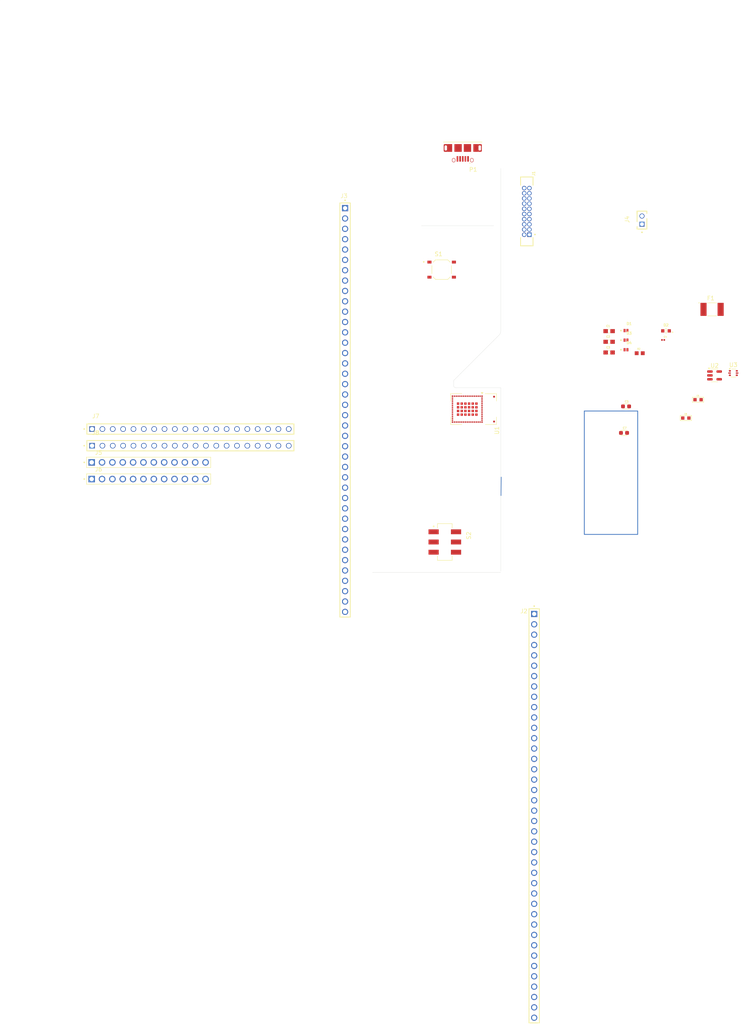
<source format=kicad_pcb>
(kicad_pcb (version 20241229) (generator "pcbnew") (generator_version "9.0")
  (layers (0 "F.Cu" signal) (2 "B.Cu" signal) (13 "F.Paste" user) (15 "B.Paste" user) (5 "F.SilkS" user "F.Silkscreen") (7 "B.SilkS" user "B.Silkscreen") (1 "F.Mask" user) (3 "B.Mask" user) (25 "Edge.Cuts" user))
  (net 0 "")
  (net 1 "SWDIO")
  (net 3 "B-")
  (net 5 "Vref")
  (net 7 "SWCLK")
  (net 10 "RESET")
  (net 12 "D+")
  (net 14 "5V_USB")
  (net 15 "D-")
  (net 16 "/PB5")
  (net 17 "/PC8")
  (net 18 "/PC2")
  (net 19 "/PD15")
  (net 20 "/PA10")
  (net 21 "/PB15")
  (net 22 "/PA7")
  (net 23 "/PC10")
  (net 24 "/PC12")
  (net 25 "/PA9")
  (net 26 "/PE3")
  (net 27 "/PB12")
  (net 28 "/PB8")
  (net 29 "/PA5")
  (net 30 "/PE4")
  (net 31 "/PB1")
  (net 32 "/PD12")
  (net 33 "/PB11")
  (net 34 "/PC5")
  (net 35 "/PA3")
  (net 36 "/PH3")
  (net 37 "/PD13")
  (net 38 "/PC0")
  (net 39 "/PB9")
  (net 40 "/PB13")
  (net 41 "/PB6")
  (net 42 "/PA15")
  (net 43 "/PE0")
  (net 44 "/PA4")
  (net 45 "/PB7")
  (net 46 "/PA2")
  (net 47 "/PD4")
  (net 48 "/PD5")
  (net 49 "/PD2")
  (net 50 "/PB10")
  (net 51 "/PC3")
  (net 52 "/PD3")
  (net 53 "/PD11")
  (net 54 "/PD1")
  (net 55 "/PA0")
  (net 56 "/PE1")
  (net 57 "/PH0")
  (net 58 "/PB4")
  (net 59 "/PB2")
  (net 60 "/PD9")
  (net 61 "/PD10")
  (net 62 "/PD6")
  (net 63 "USB_N")
  (net 64 "/PE2")
  (net 65 "/PC1")
  (net 66 "/PD7")
  (net 67 "/PC13")
  (net 69 "/PA6")
  (net 70 "/PD0")
  (net 71 "/PD14")
  (net 72 "/PB14")
  (net 73 "/PH1")
  (net 74 "/PD8")
  (net 75 "/PA1")
  (net 76 "/PC11")
  (net 77 "USB_P")
  (net 78 "/PC9")
  (net 79 "/PB3")
  (net 80 "/PA8")
  (net 81 "/PC7")
  (net 82 "/PC4")
  (net 83 "/PB0")
  (net 84 "/PC6")
  (net 86 "LD_VDD")
  (net 88 "B+")
  (net 89 "Net-(D3-PadK)")
  (net 90 "Net-(D2-Pad2)")
  (footprint "FFMD-10-01:SAMTEC_FFMD-10-01" (layer "F.Cu") (at 129.24 51.84 -90)
    (property "Reference" "J1" (at -9.285 -1.685 90) (layer "F.SilkS") (effects (font (size 0.64 0.64))))
    (property "Value" "FFMD-10-01" (hide yes))
    (pad "01" thru_hole rect (at 5.715 -0.635 270) (size 1.1 1.1) (drill 0.711) (layers "*.Cu" "*.Mask") (net 5 "Vref"))
    (pad "02" thru_hole circle (at 5.715 0.635 270) (size 1.1 1.1) (drill 0.711) (layers "*.Cu" "*.Mask") (net 3 "B-"))
    (pad "03" thru_hole circle (at 4.445 -0.635 270) (size 1.1 1.1) (drill 0.711) (layers "*.Cu" "*.Mask"))
    (pad "04" thru_hole circle (at 4.445 0.635 270) (size 1.1 1.1) (drill 0.711) (layers "*.Cu" "*.Mask") (net 3 "B-"))
    (pad "05" thru_hole circle (at 3.175 -0.635 270) (size 1.1 1.1) (drill 0.711) (layers "*.Cu" "*.Mask"))
    (pad "06" thru_hole circle (at 3.175 0.635 270) (size 1.1 1.1) (drill 0.711) (layers "*.Cu" "*.Mask") (net 3 "B-"))
    (pad "07" thru_hole circle (at 1.905 -0.635 270) (size 1.1 1.1) (drill 0.711) (layers "*.Cu" "*.Mask") (net 1 "SWDIO"))
    (pad "08" thru_hole circle (at 1.905 0.635 270) (size 1.1 1.1) (drill 0.711) (layers "*.Cu" "*.Mask") (net 3 "B-"))
    (pad "09" thru_hole circle (at 0.635 -0.635 270) (size 1.1 1.1) (drill 0.711) (layers "*.Cu" "*.Mask") (net 7 "SWCLK"))
    (pad "10" thru_hole circle (at 0.635 0.635 270) (size 1.1 1.1) (drill 0.711) (layers "*.Cu" "*.Mask") (net 3 "B-"))
    (pad "11" thru_hole circle (at -0.635 -0.635 270) (size 1.1 1.1) (drill 0.711) (layers "*.Cu" "*.Mask"))
    (pad "12" thru_hole circle (at -0.635 0.635 270) (size 1.1 1.1) (drill 0.711) (layers "*.Cu" "*.Mask") (net 3 "B-"))
    (pad "13" thru_hole circle (at -1.905 -0.635 270) (size 1.1 1.1) (drill 0.711) (layers "*.Cu" "*.Mask"))
    (pad "14" thru_hole circle (at -1.905 0.635 270) (size 1.1 1.1) (drill 0.711) (layers "*.Cu" "*.Mask") (net 3 "B-"))
    (pad "15" thru_hole circle (at -3.175 -0.635 270) (size 1.1 1.1) (drill 0.711) (layers "*.Cu" "*.Mask") (net 10 "RESET"))
    (pad "16" thru_hole circle (at -3.175 0.635 270) (size 1.1 1.1) (drill 0.711) (layers "*.Cu" "*.Mask") (net 3 "B-"))
    (pad "17" thru_hole circle (at -4.445 -0.635 270) (size 1.1 1.1) (drill 0.711) (layers "*.Cu" "*.Mask"))
    (pad "18" thru_hole circle (at -4.445 0.635 270) (size 1.1 1.1) (drill 0.711) (layers "*.Cu" "*.Mask") (net 3 "B-"))
    (pad "19" thru_hole circle (at -5.715 -0.635 270) (size 1.1 1.1) (drill 0.711) (layers "*.Cu" "*.Mask"))
    (pad "20" thru_hole circle (at -5.715 0.635 270) (size 1.1 1.1) (drill 0.711) (layers "*.Cu" "*.Mask") (net 3 "B-"))
  )
  (footprint "WL-SMCW_0603:WL-SMCW_0603" (layer "F.Cu") (at 163.4 81.155)
    (property "Reference" "D2" (at 0 -1.4064 0) (layer "F.SilkS") (effects (font (size 0.64 0.64))))
    (property "Value" "WL-SMCW_0603")
    (fp_text user "+" (at 1.6 0.3 0) (layer "F.SilkS") (effects (font (size 0.48 0.48))))
    (pad "1" smd rect (at -0.8 0) (size 0.8 0.8) (layers "F.Cu" "F.Mask" "F.Paste") (net 3 "B-"))
    (pad "2" smd rect (at 0.8 0) (size 0.8 0.8) (layers "F.Cu" "F.Mask" "F.Paste") (net 90 "Net-(D2-Pad2)"))
  )
  (footprint "CC0603BRNPO9BN3R3:CAPC1608X90" (layer "F.Cu") (at 149.4384 86.447)
    (property "Reference" "C3" (at -0.235808 -1.239253 0) (layer "F.SilkS") (effects (font (size 0.474067 0.474067))))
    (property "Value" "0603")
    (pad "1" smd rect (at -0.85 0) (size 1.1 1) (layers "F.Cu" "F.Mask" "F.Paste") (net 3 "B-"))
    (pad "2" smd rect (at 0.85 0) (size 1.1 1) (layers "F.Cu" "F.Mask" "F.Paste") (net 33 "/PB11"))
  )
  (footprint "WCAP-CSGP_0603:WCAP-CSGP_0603_R" (layer "F.Cu") (at 171.2625 98.0425)
    (property "Reference" "C6" (at -0.05 -1.0032 0) (layer "F.SilkS") (effects (font (size 0.32 0.32))))
    (property "Value" "WCAP-CSGP_0603")
    (pad "1" smd rect (at -0.75 0) (size 0.8 0.8) (layers "F.Cu" "F.Mask" "F.Paste") (net 3 "B-"))
    (pad "2" smd rect (at 0.75 0) (size 0.8 0.8) (layers "F.Cu" "F.Mask" "F.Paste") (net 86 "LD_VDD"))
  )
  (footprint "ZW-40-XX-X-S-XXX-XXX:SAMTEC_ZW-40-XX-X-S-XXX-XXX" (layer "F.Cu") (at 84.65 100.565 90)
    (property "Reference" "J3" (at 52.5 -0.275 0) (layer "F.SilkS") (effects (font (thickness 0.125))))
    (property "Value" "ZW-40-XX-X-S-XXX-XXX" (hide yes))
    (pad "01" thru_hole rect (at 49.53 0 90) (size 1.53 1.53) (drill 1.02) (layers "*.Cu" "*.Mask") (net 70 "/PD0"))
    (pad "02" thru_hole circle (at 46.99 0 90) (size 1.53 1.53) (drill 1.02) (layers "*.Cu" "*.Mask") (net 54 "/PD1"))
    (pad "03" thru_hole circle (at 44.45 0 90) (size 1.53 1.53) (drill 1.02) (layers "*.Cu" "*.Mask") (net 49 "/PD2"))
    (pad "04" thru_hole circle (at 41.91 0 90) (size 1.53 1.53) (drill 1.02) (layers "*.Cu" "*.Mask") (net 52 "/PD3"))
    (pad "05" thru_hole circle (at 39.37 0 90) (size 1.53 1.53) (drill 1.02) (layers "*.Cu" "*.Mask") (net 47 "/PD4"))
    (pad "06" thru_hole circle (at 36.83 0 90) (size 1.53 1.53) (drill 1.02) (layers "*.Cu" "*.Mask") (net 48 "/PD5"))
    (pad "07" thru_hole circle (at 34.29 0 90) (size 1.53 1.53) (drill 1.02) (layers "*.Cu" "*.Mask") (net 62 "/PD6"))
    (pad "08" thru_hole circle (at 31.75 0 90) (size 1.53 1.53) (drill 1.02) (layers "*.Cu" "*.Mask") (net 66 "/PD7"))
    (pad "09" thru_hole circle (at 29.21 0 90) (size 1.53 1.53) (drill 1.02) (layers "*.Cu" "*.Mask") (net 74 "/PD8"))
    (pad "10" thru_hole circle (at 26.67 0 90) (size 1.53 1.53) (drill 1.02) (layers "*.Cu" "*.Mask") (net 60 "/PD9"))
    (pad "11" thru_hole circle (at 24.13 0 90) (size 1.53 1.53) (drill 1.02) (layers "*.Cu" "*.Mask") (net 61 "/PD10"))
    (pad "12" thru_hole circle (at 21.59 0 90) (size 1.53 1.53) (drill 1.02) (layers "*.Cu" "*.Mask") (net 53 "/PD11"))
    (pad "13" thru_hole circle (at 19.05 0 90) (size 1.53 1.53) (drill 1.02) (layers "*.Cu" "*.Mask") (net 32 "/PD12"))
    (pad "14" thru_hole circle (at 16.51 0 90) (size 1.53 1.53) (drill 1.02) (layers "*.Cu" "*.Mask") (net 37 "/PD13"))
    (pad "15" thru_hole circle (at 13.97 0 90) (size 1.53 1.53) (drill 1.02) (layers "*.Cu" "*.Mask") (net 71 "/PD14"))
    (pad "16" thru_hole circle (at 11.43 0 90) (size 1.53 1.53) (drill 1.02) (layers "*.Cu" "*.Mask") (net 19 "/PD15"))
    (pad "17" thru_hole circle (at 8.89 0 90) (size 1.53 1.53) (drill 1.02) (layers "*.Cu" "*.Mask") (net 38 "/PC0"))
    (pad "18" thru_hole circle (at 6.35 0 90) (size 1.53 1.53) (drill 1.02) (layers "*.Cu" "*.Mask") (net 65 "/PC1"))
    (pad "19" thru_hole circle (at 3.81 0 90) (size 1.53 1.53) (drill 1.02) (layers "*.Cu" "*.Mask") (net 18 "/PC2"))
    (pad "20" thru_hole circle (at 1.27 0 90) (size 1.53 1.53) (drill 1.02) (layers "*.Cu" "*.Mask") (net 51 "/PC3"))
    (pad "21" thru_hole circle (at -1.27 0 90) (size 1.53 1.53) (drill 1.02) (layers "*.Cu" "*.Mask") (net 82 "/PC4"))
    (pad "22" thru_hole circle (at -3.81 0 90) (size 1.53 1.53) (drill 1.02) (layers "*.Cu" "*.Mask") (net 84 "/PC6"))
    (pad "23" thru_hole circle (at -6.35 0 90) (size 1.53 1.53) (drill 1.02) (layers "*.Cu" "*.Mask") (net 81 "/PC7"))
    (pad "24" thru_hole circle (at -8.89 0 90) (size 1.53 1.53) (drill 1.02) (layers "*.Cu" "*.Mask") (net 17 "/PC8"))
    (pad "25" thru_hole circle (at -11.43 0 90) (size 1.53 1.53) (drill 1.02) (layers "*.Cu" "*.Mask") (net 78 "/PC9"))
    (pad "26" thru_hole circle (at -13.97 0 90) (size 1.53 1.53) (drill 1.02) (layers "*.Cu" "*.Mask") (net 23 "/PC10"))
    (pad "27" thru_hole circle (at -16.51 0 90) (size 1.53 1.53) (drill 1.02) (layers "*.Cu" "*.Mask") (net 76 "/PC11"))
    (pad "28" thru_hole circle (at -19.05 0 90) (size 1.53 1.53) (drill 1.02) (layers "*.Cu" "*.Mask") (net 24 "/PC12"))
    (pad "29" thru_hole circle (at -21.59 0 90) (size 1.53 1.53) (drill 1.02) (layers "*.Cu" "*.Mask") (net 67 "/PC13"))
    (pad "30" thru_hole circle (at -24.13 0 90) (size 1.53 1.53) (drill 1.02) (layers "*.Cu" "*.Mask") (net 57 "/PH0"))
    (pad "31" thru_hole circle (at -26.67 0 90) (size 1.53 1.53) (drill 1.02) (layers "*.Cu" "*.Mask") (net 73 "/PH1"))
    (pad "32" thru_hole circle (at -29.21 0 90) (size 1.53 1.53) (drill 1.02) (layers "*.Cu" "*.Mask") (net 36 "/PH3"))
    (pad "33" thru_hole circle (at -31.75 0 90) (size 1.53 1.53) (drill 1.02) (layers "*.Cu" "*.Mask"))
    (pad "34" thru_hole circle (at -34.29 0 90) (size 1.53 1.53) (drill 1.02) (layers "*.Cu" "*.Mask"))
    (pad "35" thru_hole circle (at -36.83 0 90) (size 1.53 1.53) (drill 1.02) (layers "*.Cu" "*.Mask"))
    (pad "36" thru_hole circle (at -39.37 0 90) (size 1.53 1.53) (drill 1.02) (layers "*.Cu" "*.Mask"))
    (pad "37" thru_hole circle (at -41.91 0 90) (size 1.53 1.53) (drill 1.02) (layers "*.Cu" "*.Mask") (net 3 "B-"))
    (pad "38" thru_hole circle (at -44.45 0 90) (size 1.53 1.53) (drill 1.02) (layers "*.Cu" "*.Mask") (net 3 "B-"))
    (pad "39" thru_hole circle (at -46.99 0 90) (size 1.53 1.53) (drill 1.02) (layers "*.Cu" "*.Mask"))
    (pad "40" thru_hole circle (at -49.53 0 90) (size 1.53 1.53) (drill 1.02) (layers "*.Cu" "*.Mask"))
  )
  (footprint "0475890001:MOLEX_0475890001" (layer "F.Cu") (at 113.525 36.275 180)
    (property "Reference" "P1" (at -2.55 -5.3 0) (layer "F.SilkS") (effects (font (size 1.000488 1.000488))))
    (property "Value" "0475890001" (hide yes))
    (fp_poly (pts (xy 3.875 -0.95) (xy 3.775 -0.95) (xy 3.775 0.95) (xy 3.875 0.95)) (fill yes) (layer "F.Cu"))
    (fp_poly (pts (xy -3.875 -0.95) (xy -3.775 -0.95) (xy -3.775 0.95) (xy -3.875 0.95)) (fill yes) (layer "F.Cu"))
    (fp_poly (pts (xy 2.225 -2.475) (xy 2.247 -2.476) (xy 2.269 -2.477) (xy 2.291 -2.48) (xy 2.313 -2.484) (xy 2.335 -2.489) (xy 2.356 -2.496) (xy 2.377 -2.503) (xy 2.398 -2.512) (xy 2.418 -2.521) (xy 2.438 -2.532) (xy 2.456 -2.544) (xy 2.475 -2.556) (xy 2.492 -2.57) (xy 2.509 -2.584) (xy 2.526 -2.599) (xy 2.541 -2.616) (xy 2.555 -2.633) (xy 2.569 -2.65) (xy 2.581 -2.669) (xy 2.593 -2.688) (xy 2.604 -2.707) (xy 2.613 -2.727) (xy 2.622 -2.748) (xy 2.629 -2.769) (xy 2.636 -2.79) (xy 2.641 -2.812) (xy 2.645 -2.834) (xy 2.648 -2.856) (xy 2.649 -2.878) (xy 2.65 -2.9) (xy 2.65 -3) (xy 2.55 -3) (xy 2.55 -2.9) (xy 2.55 -2.883) (xy 2.548 -2.866) (xy 2.546 -2.849) (xy 2.543 -2.832) (xy 2.539 -2.816) (xy 2.534 -2.8) (xy 2.528 -2.784) (xy 2.522 -2.768) (xy 2.515 -2.752) (xy 2.506 -2.737) (xy 2.498 -2.723) (xy 2.488 -2.709) (xy 2.478 -2.695) (xy 2.467 -2.683) (xy 2.455 -2.67) (xy 2.442 -2.658) (xy 2.43 -2.647) (xy 2.416 -2.637) (xy 2.402 -2.627) (xy 2.388 -2.619) (xy 2.373 -2.61) (xy 2.357 -2.603) (xy 2.341 -2.597) (xy 2.325 -2.591) (xy 2.309 -2.586) (xy 2.293 -2.582) (xy 2.276 -2.579) (xy 2.259 -2.577) (xy 2.242 -2.575) (xy 2.225 -2.575) (xy 2.208 -2.575) (xy 2.191 -2.577) (xy 2.174 -2.579) (xy 2.157 -2.582) (xy 2.141 -2.586) (xy 2.125 -2.591) (xy 2.109 -2.597) (xy 2.093 -2.603) (xy 2.077 -2.61) (xy 2.063 -2.619) (xy 2.048 -2.627) (xy 2.034 -2.637) (xy 2.02 -2.647) (xy 2.008 -2.658) (xy 1.995 -2.67) (xy 1.983 -2.683) (xy 1.972 -2.695) (xy 1.962 -2.709) (xy 1.952 -2.723) (xy 1.944 -2.737) (xy 1.935 -2.752) (xy 1.928 -2.768) (xy 1.922 -2.784) (xy 1.916 -2.8) (xy 1.911 -2.816) (xy 1.907 -2.832) (xy 1.904 -2.849) (xy 1.902 -2.866) (xy 1.9 -2.883) (xy 1.9 -2.9) (xy 1.9 -3) (xy 1.8 -3) (xy 1.8 -2.9) (xy 1.801 -2.878) (xy 1.802 -2.856) (xy 1.805 -2.834) (xy 1.809 -2.812) (xy 1.814 -2.79) (xy 1.821 -2.769) (xy 1.828 -2.748) (xy 1.837 -2.727) (xy 1.846 -2.707) (xy 1.857 -2.688) (xy 1.869 -2.669) (xy 1.881 -2.65) (xy 1.895 -2.633) (xy 1.909 -2.616) (xy 1.924 -2.599) (xy 1.941 -2.584) (xy 1.958 -2.57) (xy 1.975 -2.556) (xy 1.994 -2.544) (xy 2.012 -2.532) (xy 2.032 -2.521) (xy 2.052 -2.512) (xy 2.073 -2.503) (xy 2.094 -2.496) (xy 2.115 -2.489) (xy 2.137 -2.484) (xy 2.159 -2.48) (xy 2.181 -2.477) (xy 2.203 -2.476) (xy 2.225 -2.475)) (fill yes) (layer "F.Cu"))
    (fp_poly (pts (xy 2.225 -3.425) (xy 2.242 -3.425) (xy 2.259 -3.423) (xy 2.276 -3.421) (xy 2.293 -3.418) (xy 2.309 -3.414) (xy 2.325 -3.409) (xy 2.341 -3.403) (xy 2.357 -3.397) (xy 2.373 -3.39) (xy 2.388 -3.381) (xy 2.402 -3.373) (xy 2.416 -3.363) (xy 2.43 -3.353) (xy 2.442 -3.342) (xy 2.455 -3.33) (xy 2.467 -3.317) (xy 2.478 -3.305) (xy 2.488 -3.291) (xy 2.498 -3.277) (xy 2.506 -3.263) (xy 2.515 -3.248) (xy 2.522 -3.232) (xy 2.528 -3.216) (xy 2.534 -3.2) (xy 2.539 -3.184) (xy 2.543 -3.168) (xy 2.546 -3.151) (xy 2.548 -3.134) (xy 2.55 -3.117) (xy 2.55 -3.1) (xy 2.55 -3) (xy 2.65 -3) (xy 2.65 -3.1) (xy 2.649 -3.122) (xy 2.648 -3.144) (xy 2.645 -3.166) (xy 2.641 -3.188) (xy 2.636 -3.21) (xy 2.629 -3.231) (xy 2.622 -3.252) (xy 2.613 -3.273) (xy 2.604 -3.293) (xy 2.593 -3.313) (xy 2.581 -3.331) (xy 2.569 -3.35) (xy 2.555 -3.367) (xy 2.541 -3.384) (xy 2.526 -3.401) (xy 2.509 -3.416) (xy 2.492 -3.43) (xy 2.475 -3.444) (xy 2.456 -3.456) (xy 2.438 -3.468) (xy 2.418 -3.479) (xy 2.398 -3.488) (xy 2.377 -3.497) (xy 2.356 -3.504) (xy 2.335 -3.511) (xy 2.313 -3.516) (xy 2.291 -3.52) (xy 2.269 -3.523) (xy 2.247 -3.524) (xy 2.225 -3.525) (xy 2.203 -3.524) (xy 2.181 -3.523) (xy 2.159 -3.52) (xy 2.137 -3.516) (xy 2.115 -3.511) (xy 2.094 -3.504) (xy 2.073 -3.497) (xy 2.052 -3.488) (xy 2.032 -3.479) (xy 2.013 -3.468) (xy 1.994 -3.456) (xy 1.975 -3.444) (xy 1.958 -3.43) (xy 1.941 -3.416) (xy 1.924 -3.401) (xy 1.909 -3.384) (xy 1.895 -3.367) (xy 1.881 -3.35) (xy 1.869 -3.331) (xy 1.857 -3.313) (xy 1.846 -3.293) (xy 1.837 -3.273) (xy 1.828 -3.252) (xy 1.821 -3.231) (xy 1.814 -3.21) (xy 1.809 -3.188) (xy 1.805 -3.166) (xy 1.802 -3.144) (xy 1.801 -3.122) (xy 1.8 -3.1) (xy 1.8 -3) (xy 1.9 -3) (xy 1.9 -3.1) (xy 1.9 -3.117) (xy 1.902 -3.134) (xy 1.904 -3.151) (xy 1.907 -3.168) (xy 1.911 -3.184) (xy 1.916 -3.2) (xy 1.922 -3.216) (xy 1.928 -3.232) (xy 1.935 -3.248) (xy 1.944 -3.263) (xy 1.952 -3.277) (xy 1.962 -3.291) (xy 1.972 -3.305) (xy 1.983 -3.317) (xy 1.995 -3.33) (xy 2.008 -3.342) (xy 2.02 -3.353) (xy 2.034 -3.363) (xy 2.048 -3.373) (xy 2.063 -3.381) (xy 2.077 -3.39) (xy 2.093 -3.397) (xy 2.109 -3.403) (xy 2.125 -3.409) (xy 2.141 -3.414) (xy 2.157 -3.418) (xy 2.174 -3.421) (xy 2.191 -3.423) (xy 2.208 -3.425) (xy 2.225 -3.425)) (fill yes) (layer "F.Cu"))
    (fp_poly (pts (xy -2.225 -2.475) (xy -2.203 -2.476) (xy -2.181 -2.477) (xy -2.159 -2.48) (xy -2.137 -2.484) (xy -2.115 -2.489) (xy -2.094 -2.496) (xy -2.073 -2.503) (xy -2.052 -2.512) (xy -2.032 -2.521) (xy -2.013 -2.532) (xy -1.994 -2.544) (xy -1.975 -2.556) (xy -1.958 -2.57) (xy -1.941 -2.584) (xy -1.924 -2.599) (xy -1.909 -2.616) (xy -1.895 -2.633) (xy -1.881 -2.65) (xy -1.869 -2.669) (xy -1.857 -2.688) (xy -1.846 -2.707) (xy -1.837 -2.727) (xy -1.828 -2.748) (xy -1.821 -2.769) (xy -1.814 -2.79) (xy -1.809 -2.812) (xy -1.805 -2.834) (xy -1.802 -2.856) (xy -1.801 -2.878) (xy -1.8 -2.9) (xy -1.8 -3) (xy -1.9 -3) (xy -1.9 -2.9) (xy -1.9 -2.883) (xy -1.902 -2.866) (xy -1.904 -2.849) (xy -1.907 -2.832) (xy -1.911 -2.816) (xy -1.916 -2.8) (xy -1.922 -2.784) (xy -1.928 -2.768) (xy -1.935 -2.752) (xy -1.944 -2.737) (xy -1.952 -2.723) (xy -1.962 -2.709) (xy -1.972 -2.695) (xy -1.983 -2.683) (xy -1.995 -2.67) (xy -2.008 -2.658) (xy -2.02 -2.647) (xy -2.034 -2.637) (xy -2.048 -2.627) (xy -2.063 -2.619) (xy -2.077 -2.61) (xy -2.093 -2.603) (xy -2.109 -2.597) (xy -2.125 -2.591) (xy -2.141 -2.586) (xy -2.157 -2.582) (xy -2.174 -2.579) (xy -2.191 -2.577) (xy -2.208 -2.575) (xy -2.225 -2.575) (xy -2.242 -2.575) (xy -2.259 -2.577) (xy -2.276 -2.579) (xy -2.293 -2.582) (xy -2.309 -2.586) (xy -2.325 -2.591) (xy -2.341 -2.597) (xy -2.357 -2.603) (xy -2.373 -2.61) (xy -2.388 -2.619) (xy -2.402 -2.627) (xy -2.416 -2.637) (xy -2.43 -2.647) (xy -2.442 -2.658) (xy -2.455 -2.67) (xy -2.467 -2.683) (xy -2.478 -2.695) (xy -2.488 -2.709) (xy -2.498 -2.723) (xy -2.506 -2.737) (xy -2.515 -2.752) (xy -2.522 -2.768) (xy -2.528 -2.784) (xy -2.534 -2.8) (xy -2.539 -2.816) (xy -2.543 -2.832) (xy -2.546 -2.849) (xy -2.548 -2.866) (xy -2.55 -2.883) (xy -2.55 -2.9) (xy -2.55 -3) (xy -2.65 -3) (xy -2.65 -2.9) (xy -2.649 -2.878) (xy -2.648 -2.856) (xy -2.645 -2.834) (xy -2.641 -2.812) (xy -2.636 -2.79) (xy -2.629 -2.769) (xy -2.622 -2.748) (xy -2.613 -2.727) (xy -2.604 -2.707) (xy -2.593 -2.688) (xy -2.581 -2.669) (xy -2.569 -2.65) (xy -2.555 -2.633) (xy -2.541 -2.616) (xy -2.526 -2.599) (xy -2.509 -2.584) (xy -2.492 -2.57) (xy -2.475 -2.556) (xy -2.456 -2.544) (xy -2.438 -2.532) (xy -2.418 -2.521) (xy -2.398 -2.512) (xy -2.377 -2.503) (xy -2.356 -2.496) (xy -2.335 -2.489) (xy -2.313 -2.484) (xy -2.291 -2.48) (xy -2.269 -2.477) (xy -2.247 -2.476) (xy -2.225 -2.475)) (fill yes) (layer "F.Cu"))
    (fp_poly (pts (xy -2.225 -3.425) (xy -2.208 -3.425) (xy -2.191 -3.423) (xy -2.174 -3.421) (xy -2.157 -3.418) (xy -2.141 -3.414) (xy -2.125 -3.409) (xy -2.109 -3.403) (xy -2.093 -3.397) (xy -2.077 -3.39) (xy -2.063 -3.381) (xy -2.048 -3.373) (xy -2.034 -3.363) (xy -2.02 -3.353) (xy -2.008 -3.342) (xy -1.995 -3.33) (xy -1.983 -3.317) (xy -1.972 -3.305) (xy -1.962 -3.291) (xy -1.952 -3.277) (xy -1.944 -3.263) (xy -1.935 -3.248) (xy -1.928 -3.232) (xy -1.922 -3.216) (xy -1.916 -3.2) (xy -1.911 -3.184) (xy -1.907 -3.168) (xy -1.904 -3.151) (xy -1.902 -3.134) (xy -1.9 -3.117) (xy -1.9 -3.1) (xy -1.9 -3) (xy -1.8 -3) (xy -1.8 -3.1) (xy -1.801 -3.122) (xy -1.802 -3.144) (xy -1.805 -3.166) (xy -1.809 -3.188) (xy -1.814 -3.21) (xy -1.821 -3.231) (xy -1.828 -3.252) (xy -1.837 -3.273) (xy -1.846 -3.293) (xy -1.857 -3.313) (xy -1.869 -3.331) (xy -1.881 -3.35) (xy -1.895 -3.367) (xy -1.909 -3.384) (xy -1.924 -3.401) (xy -1.941 -3.416) (xy -1.958 -3.43) (xy -1.975 -3.444) (xy -1.994 -3.456) (xy -2.013 -3.468) (xy -2.032 -3.479) (xy -2.052 -3.488) (xy -2.073 -3.497) (xy -2.094 -3.504) (xy -2.115 -3.511) (xy -2.137 -3.516) (xy -2.159 -3.52) (xy -2.181 -3.523) (xy -2.203 -3.524) (xy -2.225 -3.525) (xy -2.247 -3.524) (xy -2.269 -3.523) (xy -2.291 -3.52) (xy -2.313 -3.516) (xy -2.335 -3.511) (xy -2.356 -3.504) (xy -2.377 -3.497) (xy -2.398 -3.488) (xy -2.418 -3.479) (xy -2.438 -3.468) (xy -2.456 -3.456) (xy -2.475 -3.444) (xy -2.492 -3.43) (xy -2.509 -3.416) (xy -2.526 -3.401) (xy -2.541 -3.384) (xy -2.555 -3.367) (xy -2.569 -3.35) (xy -2.581 -3.331) (xy -2.593 -3.313) (xy -2.604 -3.293) (xy -2.613 -3.273) (xy -2.622 -3.252) (xy -2.629 -3.231) (xy -2.636 -3.21) (xy -2.641 -3.188) (xy -2.645 -3.166) (xy -2.648 -3.144) (xy -2.649 -3.122) (xy -2.65 -3.1) (xy -2.65 -3) (xy -2.55 -3) (xy -2.55 -3.1) (xy -2.55 -3.117) (xy -2.548 -3.134) (xy -2.546 -3.151) (xy -2.543 -3.168) (xy -2.539 -3.184) (xy -2.534 -3.2) (xy -2.528 -3.216) (xy -2.522 -3.232) (xy -2.515 -3.248) (xy -2.506 -3.263) (xy -2.498 -3.277) (xy -2.488 -3.291) (xy -2.478 -3.305) (xy -2.467 -3.317) (xy -2.455 -3.33) (xy -2.442 -3.342) (xy -2.43 -3.353) (xy -2.416 -3.363) (xy -2.402 -3.373) (xy -2.387 -3.381) (xy -2.373 -3.39) (xy -2.357 -3.397) (xy -2.341 -3.403) (xy -2.325 -3.409) (xy -2.309 -3.414) (xy -2.293 -3.418) (xy -2.276 -3.421) (xy -2.259 -3.423) (xy -2.242 -3.425) (xy -2.225 -3.425)) (fill yes) (layer "F.Cu"))
    (fp_poly (pts (xy 3.875 -0.35) (xy 3.875 -0.95) (xy 4.425 -0.95) (xy 4.438 -0.95) (xy 4.451 -0.949) (xy 4.464 -0.947) (xy 4.477 -0.945) (xy 4.49 -0.941) (xy 4.502 -0.938) (xy 4.515 -0.933) (xy 4.527 -0.928) (xy 4.538 -0.923) (xy 4.55 -0.917) (xy 4.561 -0.91) (xy 4.572 -0.902) (xy 4.582 -0.894) (xy 4.592 -0.886) (xy 4.602 -0.877) (xy 4.611 -0.867) (xy 4.619 -0.857) (xy 4.627 -0.847) (xy 4.635 -0.836) (xy 4.642 -0.825) (xy 4.648 -0.813) (xy 4.653 -0.802) (xy 4.658 -0.79) (xy 4.663 -0.777) (xy 4.666 -0.765) (xy 4.67 -0.752) (xy 4.672 -0.739) (xy 4.674 -0.726) (xy 4.675 -0.713) (xy 4.675 -0.7) (xy 4.675 0.7) (xy 4.675 0.713) (xy 4.674 0.726) (xy 4.672 0.739) (xy 4.67 0.752) (xy 4.666 0.765) (xy 4.663 0.777) (xy 4.658 0.79) (xy 4.653 0.802) (xy 4.648 0.813) (xy 4.642 0.825) (xy 4.635 0.836) (xy 4.627 0.847) (xy 4.619 0.857) (xy 4.611 0.867) (xy 4.602 0.877) (xy 4.592 0.886) (xy 4.582 0.894) (xy 4.572 0.902) (xy 4.561 0.91) (xy 4.55 0.917) (xy 4.538 0.923) (xy 4.527 0.928) (xy 4.515 0.933) (xy 4.502 0.938) (xy 4.49 0.941) (xy 4.477 0.945) (xy 4.464 0.947) (xy 4.451 0.949) (xy 4.438 0.95) (xy 4.425 0.95) (xy 3.875 0.95) (xy 3.875 0.35) (xy 3.875 0.366) (xy 3.877 0.381) (xy 3.879 0.397) (xy 3.882 0.412) (xy 3.885 0.428) (xy 3.89 0.443) (xy 3.895 0.458) (xy 3.901 0.472) (xy 3.908 0.486) (xy 3.915 0.5) (xy 3.923 0.513) (xy 3.932 0.526) (xy 3.942 0.539) (xy 3.952 0.551) (xy 3.963 0.562) (xy 3.974 0.573) (xy 3.986 0.583) (xy 3.999 0.593) (xy 4.012 0.602) (xy 4.025 0.61) (xy 4.039 0.617) (xy 4.053 0.624) (xy 4.067 0.63) (xy 4.082 0.635) (xy 4.097 0.64) (xy 4.113 0.643) (xy 4.128 0.646) (xy 4.144 0.648) (xy 4.159 0.65) (xy 4.175 0.65) (xy 4.191 0.65) (xy 4.206 0.648) (xy 4.222 0.646) (xy 4.237 0.643) (xy 4.253 0.64) (xy 4.268 0.635) (xy 4.283 0.63) (xy 4.297 0.624) (xy 4.311 0.617) (xy 4.325 0.61) (xy 4.338 0.602) (xy 4.351 0.593) (xy 4.364 0.583) (xy 4.376 0.573) (xy 4.387 0.562) (xy 4.398 0.551) (xy 4.408 0.539) (xy 4.418 0.526) (xy 4.427 0.513) (xy 4.435 0.5) (xy 4.442 0.486) (xy 4.449 0.472) (xy 4.455 0.458) (xy 4.46 0.443) (xy 4.465 0.428) (xy 4.468 0.412) (xy 4.471 0.397) (xy 4.473 0.381) (xy 4.475 0.366) (xy 4.475 0.35) (xy 4.475 -0.35) (xy 4.475 -0.366) (xy 4.473 -0.381) (xy 4.471 -0.397) (xy 4.468 -0.412) (xy 4.465 -0.428) (xy 4.46 -0.443) (xy 4.455 -0.458) (xy 4.449 -0.472) (xy 4.442 -0.486) (xy 4.435 -0.5) (xy 4.427 -0.513) (xy 4.418 -0.526) (xy 4.408 -0.539) (xy 4.398 -0.551) (xy 4.387 -0.562) (xy 4.376 -0.573) (xy 4.364 -0.583) (xy 4.351 -0.593) (xy 4.338 -0.602) (xy 4.325 -0.61) (xy 4.311 -0.617) (xy 4.297 -0.624) (xy 4.283 -0.63) (xy 4.268 -0.635) (xy 4.253 -0.64) (xy 4.237 -0.643) (xy 4.222 -0.646) (xy 4.206 -0.648) (xy 4.191 -0.65) (xy 4.175 -0.65) (xy 4.159 -0.65) (xy 4.144 -0.648) (xy 4.128 -0.646) (xy 4.113 -0.643) (xy 4.097 -0.64) (xy 4.082 -0.635) (xy 4.067 -0.63) (xy 4.053 -0.624) (xy 4.039 -0.617) (xy 4.025 -0.61) (xy 4.012 -0.602) (xy 3.999 -0.593) (xy 3.986 -0.583) (xy 3.974 -0.573) (xy 3.963 -0.562) (xy 3.952 -0.551) (xy 3.942 -0.539) (xy 3.932 -0.526) (xy 3.923 -0.513) (xy 3.915 -0.5) (xy 3.908 -0.486) (xy 3.901 -0.472) (xy 3.895 -0.458) (xy 3.89 -0.443) (xy 3.885 -0.428) (xy 3.882 -0.412) (xy 3.879 -0.397) (xy 3.877 -0.381) (xy 3.875 -0.366) (xy 3.875 -0.35)) (fill yes) (layer "F.Cu"))
    (fp_poly (pts (xy -3.875 -0.35) (xy -3.875 -0.95) (xy -4.425 -0.95) (xy -4.438 -0.95) (xy -4.451 -0.949) (xy -4.464 -0.947) (xy -4.477 -0.945) (xy -4.49 -0.941) (xy -4.502 -0.938) (xy -4.515 -0.933) (xy -4.527 -0.928) (xy -4.538 -0.923) (xy -4.55 -0.917) (xy -4.561 -0.91) (xy -4.572 -0.902) (xy -4.582 -0.894) (xy -4.592 -0.886) (xy -4.602 -0.877) (xy -4.611 -0.867) (xy -4.619 -0.857) (xy -4.627 -0.847) (xy -4.635 -0.836) (xy -4.642 -0.825) (xy -4.648 -0.813) (xy -4.653 -0.802) (xy -4.658 -0.79) (xy -4.663 -0.777) (xy -4.666 -0.765) (xy -4.67 -0.752) (xy -4.672 -0.739) (xy -4.674 -0.726) (xy -4.675 -0.713) (xy -4.675 -0.7) (xy -4.675 0.7) (xy -4.675 0.713) (xy -4.674 0.726) (xy -4.672 0.739) (xy -4.67 0.752) (xy -4.666 0.765) (xy -4.663 0.777) (xy -4.658 0.79) (xy -4.653 0.802) (xy -4.648 0.813) (xy -4.642 0.825) (xy -4.635 0.836) (xy -4.627 0.847) (xy -4.619 0.857) (xy -4.611 0.867) (xy -4.602 0.877) (xy -4.592 0.886) (xy -4.582 0.894) (xy -4.572 0.902) (xy -4.561 0.91) (xy -4.55 0.917) (xy -4.538 0.923) (xy -4.527 0.928) (xy -4.515 0.933) (xy -4.502 0.938) (xy -4.49 0.941) (xy -4.477 0.945) (xy -4.464 0.947) (xy -4.451 0.949) (xy -4.438 0.95) (xy -4.425 0.95) (xy -3.875 0.95) (xy -3.875 0.35) (xy -3.875 0.366) (xy -3.877 0.381) (xy -3.879 0.397) (xy -3.882 0.412) (xy -3.885 0.428) (xy -3.89 0.443) (xy -3.895 0.458) (xy -3.901 0.472) (xy -3.908 0.486) (xy -3.915 0.5) (xy -3.923 0.513) (xy -3.932 0.526) (xy -3.942 0.539) (xy -3.952 0.551) (xy -3.963 0.562) (xy -3.974 0.573) (xy -3.986 0.583) (xy -3.999 0.593) (xy -4.012 0.602) (xy -4.025 0.61) (xy -4.039 0.617) (xy -4.053 0.624) (xy -4.067 0.63) (xy -4.082 0.635) (xy -4.097 0.64) (xy -4.113 0.643) (xy -4.128 0.646) (xy -4.144 0.648) (xy -4.159 0.65) (xy -4.175 0.65) (xy -4.191 0.65) (xy -4.206 0.648) (xy -4.222 0.646) (xy -4.237 0.643) (xy -4.253 0.64) (xy -4.268 0.635) (xy -4.283 0.63) (xy -4.297 0.624) (xy -4.311 0.617) (xy -4.325 0.61) (xy -4.338 0.602) (xy -4.351 0.593) (xy -4.364 0.583) (xy -4.376 0.573) (xy -4.387 0.562) (xy -4.398 0.551) (xy -4.408 0.539) (xy -4.418 0.526) (xy -4.427 0.513) (xy -4.435 0.5) (xy -4.442 0.486) (xy -4.449 0.472) (xy -4.455 0.458) (xy -4.46 0.443) (xy -4.465 0.428) (xy -4.468 0.412) (xy -4.471 0.397) (xy -4.473 0.381) (xy -4.475 0.366) (xy -4.475 0.35) (xy -4.475 -0.35) (xy -4.475 -0.366) (xy -4.473 -0.381) (xy -4.471 -0.397) (xy -4.468 -0.412) (xy -4.465 -0.428) (xy -4.46 -0.443) (xy -4.455 -0.458) (xy -4.449 -0.472) (xy -4.442 -0.486) (xy -4.435 -0.5) (xy -4.427 -0.513) (xy -4.418 -0.526) (xy -4.408 -0.539) (xy -4.398 -0.551) (xy -4.387 -0.562) (xy -4.376 -0.573) (xy -4.364 -0.583) (xy -4.351 -0.593) (xy -4.338 -0.602) (xy -4.325 -0.61) (xy -4.311 -0.617) (xy -4.297 -0.624) (xy -4.283 -0.63) (xy -4.268 -0.635) (xy -4.253 -0.64) (xy -4.237 -0.643) (xy -4.222 -0.646) (xy -4.206 -0.648) (xy -4.191 -0.65) (xy -4.175 -0.65) (xy -4.159 -0.65) (xy -4.144 -0.648) (xy -4.128 -0.646) (xy -4.113 -0.643) (xy -4.097 -0.64) (xy -4.082 -0.635) (xy -4.067 -0.63) (xy -4.053 -0.624) (xy -4.039 -0.617) (xy -4.025 -0.61) (xy -4.012 -0.602) (xy -3.999 -0.593) (xy -3.986 -0.583) (xy -3.974 -0.573) (xy -3.963 -0.562) (xy -3.952 -0.551) (xy -3.942 -0.539) (xy -3.932 -0.526) (xy -3.923 -0.513) (xy -3.915 -0.5) (xy -3.908 -0.486) (xy -3.901 -0.472) (xy -3.895 -0.458) (xy -3.89 -0.443) (xy -3.885 -0.428) (xy -3.882 -0.412) (xy -3.879 -0.397) (xy -3.877 -0.381) (xy -3.875 -0.366) (xy -3.875 -0.35)) (fill yes) (layer "F.Cu"))
    (fp_line (start 4.475 0.35) (end 4.475 -0.35) (stroke (width 0.01)) (layer "Edge.Cuts"))
    (fp_line (start 3.875 -0.35) (end 3.875 0.35) (stroke (width 0.01)) (layer "Edge.Cuts"))
    (fp_line (start 2.55 -3.1) (end 2.55 -2.9) (stroke (width 0.01)) (layer "Edge.Cuts"))
    (fp_line (start 1.9 -2.9) (end 1.9 -3.1) (stroke (width 0.01)) (layer "Edge.Cuts"))
    (fp_line (start -1.9 -3.1) (end -1.9 -2.9) (stroke (width 0.01)) (layer "Edge.Cuts"))
    (fp_line (start -2.55 -2.9) (end -2.55 -3.1) (stroke (width 0.01)) (layer "Edge.Cuts"))
    (fp_line (start -3.875 -0.35) (end -3.875 0.35) (stroke (width 0.01)) (layer "Edge.Cuts"))
    (fp_line (start -4.475 0.35) (end -4.475 -0.35) (stroke (width 0.01)) (layer "Edge.Cuts"))
    (fp_arc (start 4.475 0.35) (mid 4.387132 0.562132) (end 4.175 0.65) (stroke (width 0.01)) (layer "Edge.Cuts"))
    (fp_arc (start 4.175 0.65) (mid 3.962868 0.562132) (end 3.875 0.35) (stroke (width 0.01)) (layer "Edge.Cuts"))
    (fp_arc (start 4.175 -0.65) (mid 4.387132 -0.562132) (end 4.475 -0.35) (stroke (width 0.01)) (layer "Edge.Cuts"))
    (fp_arc (start 3.875 -0.35) (mid 3.962868 -0.562132) (end 4.175 -0.65) (stroke (width 0.01)) (layer "Edge.Cuts"))
    (fp_arc (start 2.55 -2.9) (mid 2.45481 -2.67019) (end 2.225 -2.575) (stroke (width 0.01)) (layer "Edge.Cuts"))
    (fp_arc (start 2.225 -2.575) (mid 1.99519 -2.67019) (end 1.9 -2.9) (stroke (width 0.01)) (layer "Edge.Cuts"))
    (fp_arc (start 2.225 -3.425) (mid 2.45481 -3.32981) (end 2.55 -3.1) (stroke (width 0.01)) (layer "Edge.Cuts"))
    (fp_arc (start 1.9 -3.1) (mid 1.99519 -3.32981) (end 2.225 -3.425) (stroke (width 0.01)) (layer "Edge.Cuts"))
    (fp_arc (start -1.9 -2.9) (mid -1.99519 -2.67019) (end -2.225 -2.575) (stroke (width 0.01)) (layer "Edge.Cuts"))
    (fp_arc (start -2.225 -2.575) (mid -2.45481 -2.67019) (end -2.55 -2.9) (stroke (width 0.01)) (layer "Edge.Cuts"))
    (fp_arc (start -2.225 -3.425) (mid -1.99519 -3.32981) (end -1.9 -3.1) (stroke (width 0.01)) (layer "Edge.Cuts"))
    (fp_arc (start -2.55 -3.1) (mid -2.45481 -3.32981) (end -2.225 -3.425) (stroke (width 0.01)) (layer "Edge.Cuts"))
    (fp_arc (start -3.875 0.35) (mid -3.962868 0.562132) (end -4.175 0.65) (stroke (width 0.01)) (layer "Edge.Cuts"))
    (fp_arc (start -4.175 0.65) (mid -4.387132 0.562132) (end -4.475 0.35) (stroke (width 0.01)) (layer "Edge.Cuts"))
    (fp_arc (start -4.175 -0.65) (mid -3.962868 -0.562132) (end -3.875 -0.35) (stroke (width 0.01)) (layer "Edge.Cuts"))
    (fp_arc (start -4.475 -0.35) (mid -4.387132 -0.562132) (end -4.175 -0.65) (stroke (width 0.01)) (layer "Edge.Cuts"))
    (pad "" np_thru_hole circle (at -4.175 0 180) (size 0.5 0.5) (drill 0.5) (layers "*.Cu" "*.Mask"))
    (pad "" np_thru_hole circle (at -2.225 -3 180) (size 0.5 0.5) (drill 0.5) (layers "*.Cu" "*.Mask"))
    (pad "" np_thru_hole circle (at 2.225 -3 180) (size 0.5 0.5) (drill 0.5) (layers "*.Cu" "*.Mask"))
    (pad "" np_thru_hole circle (at 4.175 0 180) (size 0.5 0.5) (drill 0.5) (layers "*.Cu" "*.Mask"))
    (pad "1" smd rect (at -1.3 -2.675 180) (size 0.4 1.35) (layers "F.Cu" "F.Mask" "F.Paste") (net 14 "5V_USB"))
    (pad "2" smd rect (at -0.65 -2.675 180) (size 0.4 1.35) (layers "F.Cu" "F.Mask" "F.Paste") (net 15 "D-"))
    (pad "3" smd rect (at 0 -2.675 180) (size 0.4 1.35) (layers "F.Cu" "F.Mask" "F.Paste") (net 12 "D+"))
    (pad "4" smd rect (at 0.65 -2.675 180) (size 0.4 1.35) (layers "F.Cu" "F.Mask" "F.Paste"))
    (pad "5" smd rect (at 1.3 -2.675 180) (size 0.4 1.35) (layers "F.Cu" "F.Mask" "F.Paste") (net 3 "B-"))
    (pad "6" smd rect (at -3.18675 0 180) (size 1.175 1.9) (layers "F.Cu" "F.Mask" "F.Paste"))
    (pad "7" smd rect (at -1.15 0 180) (size 1.8 1.9) (layers "F.Cu" "F.Mask" "F.Paste"))
    (pad "8" smd rect (at 1.15 0 180) (size 1.8 1.9) (layers "F.Cu" "F.Mask" "F.Paste"))
    (pad "9" smd rect (at 3.18675 0 180) (size 1.175 1.9) (layers "F.Cu" "F.Mask" "F.Paste"))
  )
  (footprint "GRT188R61E105KE13D:CAPC1608X9N" (layer "F.Cu") (at 153.095 106.18)
    (property "Reference" "C7" (at 0.162245 -1.198626 0) (layer "F.SilkS") (effects (font (size 0.480732 0.480732))))
    (property "Value" "GRT188R61E105KE13D")
    (pad "1" smd roundrect (at -0.75 0) (size 0.93 0.93) (layers "F.Cu" "F.Mask" "F.Paste") (net 5 "Vref"))
    (pad "2" smd roundrect (at 0.75 0) (size 0.93 0.93) (layers "F.Cu" "F.Mask" "F.Paste") (net 3 "B-"))
  )
  (footprint "CC0603BRNPO9BN3R3:CAPC1608X90" (layer "F.Cu") (at 149.4384 83.8302)
    (property "Reference" "C2" (at -0.235808 -1.239253 0) (layer "F.SilkS") (effects (font (size 0.474067 0.474067))))
    (property "Value" "0603")
    (pad "1" smd rect (at -0.85 0) (size 1.1 1) (layers "F.Cu" "F.Mask" "F.Paste") (net 3 "B-"))
    (pad "2" smd rect (at 0.85 0) (size 1.1 1) (layers "F.Cu" "F.Mask" "F.Paste") (net 50 "/PB10"))
  )
  (footprint "JS202011SCQN:SW_JS202011SCQN" (layer "F.Cu") (at 109.125 132.95 -90)
    (property "Reference" "S2" (at -1.575 -5.885 90) (layer "F.SilkS"))
    (property "Value" "JS202011SCQN" (hide yes))
    (pad "1" smd rect (at -2.5 2.75 270) (size 1.2 2.5) (layers "F.Cu" "F.Mask" "F.Paste") (net 14 "5V_USB"))
    (pad "2" smd rect (at 0 2.75 270) (size 1.2 2.5) (layers "F.Cu" "F.Mask" "F.Paste") (net 86 "LD_VDD"))
    (pad "3" smd rect (at 2.5 2.75 270) (size 1.2 2.5) (layers "F.Cu" "F.Mask" "F.Paste") (net 88 "B+"))
    (pad "4" smd rect (at -2.5 -2.75 270) (size 1.2 2.5) (layers "F.Cu" "F.Mask" "F.Paste") (net 14 "5V_USB"))
    (pad "5" smd rect (at 0 -2.75 270) (size 1.2 2.5) (layers "F.Cu" "F.Mask" "F.Paste") (net 86 "LD_VDD"))
    (pad "6" smd rect (at 2.5 -2.75 270) (size 1.2 2.5) (layers "F.Cu" "F.Mask" "F.Paste") (net 88 "B+"))
  )
  (footprint "ZW-20-09-L-S-250-320:SAMTEC_ZW-20-09-L-S-250-320" (layer "F.Cu") (at 22.565 109.325)
    (property "Reference" "J8" (at 0.905 -3.155 0) (layer "F.SilkS"))
    (property "Value" "ZW-20-09-L-S-250-320")
    (pad "01" thru_hole rect (at 0 0) (size 1.37 1.37) (drill 1.02) (layers "*.Cu" "*.Mask") (net 32 "/PD12"))
    (pad "02" thru_hole circle (at 2.54 0) (size 1.37 1.37) (drill 1.02) (layers "*.Cu" "*.Mask") (net 37 "/PD13"))
    (pad "03" thru_hole circle (at 5.08 0) (size 1.37 1.37) (drill 1.02) (layers "*.Cu" "*.Mask") (net 71 "/PD14"))
    (pad "04" thru_hole circle (at 7.62 0) (size 1.37 1.37) (drill 1.02) (layers "*.Cu" "*.Mask") (net 19 "/PD15"))
    (pad "05" thru_hole circle (at 10.16 0) (size 1.37 1.37) (drill 1.02) (layers "*.Cu" "*.Mask") (net 38 "/PC0"))
    (pad "06" thru_hole circle (at 12.7 0) (size 1.37 1.37) (drill 1.02) (layers "*.Cu" "*.Mask") (net 65 "/PC1"))
    (pad "07" thru_hole circle (at 15.24 0) (size 1.37 1.37) (drill 1.02) (layers "*.Cu" "*.Mask") (net 18 "/PC2"))
    (pad "08" thru_hole circle (at 17.78 0) (size 1.37 1.37) (drill 1.02) (layers "*.Cu" "*.Mask") (net 51 "/PC3"))
    (pad "09" thru_hole circle (at 20.32 0) (size 1.37 1.37) (drill 1.02) (layers "*.Cu" "*.Mask") (net 82 "/PC4"))
    (pad "10" thru_hole circle (at 22.86 0) (size 1.37 1.37) (drill 1.02) (layers "*.Cu" "*.Mask") (net 84 "/PC6"))
    (pad "11" thru_hole circle (at 25.4 0) (size 1.37 1.37) (drill 1.02) (layers "*.Cu" "*.Mask") (net 81 "/PC7"))
    (pad "12" thru_hole circle (at 27.94 0) (size 1.37 1.37) (drill 1.02) (layers "*.Cu" "*.Mask") (net 17 "/PC8"))
    (pad "13" thru_hole circle (at 30.48 0) (size 1.37 1.37) (drill 1.02) (layers "*.Cu" "*.Mask") (net 78 "/PC9"))
    (pad "14" thru_hole circle (at 33.02 0) (size 1.37 1.37) (drill 1.02) (layers "*.Cu" "*.Mask") (net 23 "/PC10"))
    (pad "15" thru_hole circle (at 35.56 0) (size 1.37 1.37) (drill 1.02) (layers "*.Cu" "*.Mask") (net 76 "/PC11"))
    (pad "16" thru_hole circle (at 38.1 0) (size 1.37 1.37) (drill 1.02) (layers "*.Cu" "*.Mask") (net 24 "/PC12"))
    (pad "17" thru_hole circle (at 40.64 0) (size 1.37 1.37) (drill 1.02) (layers "*.Cu" "*.Mask") (net 67 "/PC13"))
    (pad "18" thru_hole circle (at 43.18 0) (size 1.37 1.37) (drill 1.02) (layers "*.Cu" "*.Mask") (net 57 "/PH0"))
    (pad "19" thru_hole circle (at 45.72 0) (size 1.37 1.37) (drill 1.02) (layers "*.Cu" "*.Mask") (net 73 "/PH1"))
    (pad "20" thru_hole circle (at 48.26 0) (size 1.37 1.37) (drill 1.02) (layers "*.Cu" "*.Mask") (net 36 "/PH3"))
  )
  (footprint "CHP0603-FX-1001ELF:RESC1608X55N" (layer "F.Cu") (at 156.94 86.635)
    (property "Reference" "R2" (at -0.21 -1.05 0) (layer "F.SilkS") (effects (font (size 0.393701 0.393701))))
    (property "Value" "CHP0603-FX-1001ELF")
    (pad "1" smd rect (at -0.747 0) (size 0.94 0.93) (layers "F.Cu" "F.Mask" "F.Paste") (net 90 "Net-(D2-Pad2)"))
    (pad "2" smd rect (at 0.747 0) (size 0.94 0.93) (layers "F.Cu" "F.Mask" "F.Paste") (net 86 "LD_VDD"))
  )
  (footprint "PESD5V0S1UL_315:DIO_PESD5V0S1UL_315" (layer "F.Cu") (at 153.58 81.08)
    (property "Reference" "D1" (at 0.762 -1.6764 0) (layer "F.SilkS") (effects (font (size 0.64 0.64))))
    (property "Value" "PESD5V0S1UL_315")
    (pad "A" smd rect (at 0.35 0) (size 0.5 0.8) (layers "F.Cu") (net 3 "B-"))
    (pad "K" smd rect (at -0.35 0) (size 0.5 0.8) (layers "F.Cu") (net 10 "RESET"))
  )
  (footprint "MF-MSMF050-2:FUSM4632X85" (layer "F.Cu") (at 174.7 75.875)
    (property "Reference" "F1" (at -0.325475 -2.738945 0) (layer "F.SilkS") (effects (font (size 1.001441 1.001441))))
    (property "Value" "MF-MSMF050-2")
    (pad "1" smd rect (at -2.1 0) (size 1.5 3.2) (layers "F.Cu" "F.Mask" "F.Paste") (net 88 "B+"))
    (pad "2" smd rect (at 2.1 0) (size 1.5 3.2) (layers "F.Cu" "F.Mask" "F.Paste") (net 89 "Net-(D3-PadK)"))
  )
  (footprint "M20-9991246:HARWIN_M20-9991246" (layer "F.Cu") (at 36.445 113.415)
    (property "Reference" "J5" (at -12.275 -2.385 0) (layer "F.SilkS"))
    (property "Value" "M20-9991246")
    (pad "1" thru_hole rect (at -13.97 0) (size 1.605 1.605) (drill 1.07) (layers "*.Cu" "*.Mask") (net 55 "/PA0"))
    (pad "2" thru_hole circle (at -11.43 0) (size 1.605 1.605) (drill 1.07) (layers "*.Cu" "*.Mask") (net 75 "/PA1"))
    (pad "3" thru_hole circle (at -8.89 0) (size 1.605 1.605) (drill 1.07) (layers "*.Cu" "*.Mask") (net 46 "/PA2"))
    (pad "4" thru_hole circle (at -6.35 0) (size 1.605 1.605) (drill 1.07) (layers "*.Cu" "*.Mask") (net 35 "/PA3"))
    (pad "5" thru_hole circle (at -3.81 0) (size 1.605 1.605) (drill 1.07) (layers "*.Cu" "*.Mask") (net 44 "/PA4"))
    (pad "6" thru_hole circle (at -1.27 0) (size 1.605 1.605) (drill 1.07) (layers "*.Cu" "*.Mask") (net 29 "/PA5"))
    (pad "7" thru_hole circle (at 1.27 0) (size 1.605 1.605) (drill 1.07) (layers "*.Cu" "*.Mask") (net 69 "/PA6"))
    (pad "8" thru_hole circle (at 3.81 0) (size 1.605 1.605) (drill 1.07) (layers "*.Cu" "*.Mask") (net 22 "/PA7"))
    (pad "9" thru_hole circle (at 6.35 0) (size 1.605 1.605) (drill 1.07) (layers "*.Cu" "*.Mask") (net 80 "/PA8"))
    (pad "10" thru_hole circle (at 8.89 0) (size 1.605 1.605) (drill 1.07) (layers "*.Cu" "*.Mask") (net 25 "/PA9"))
    (pad "11" thru_hole circle (at 11.43 0) (size 1.605 1.605) (drill 1.07) (layers "*.Cu" "*.Mask") (net 20 "/PA10"))
    (pad "12" thru_hole circle (at 13.97 0) (size 1.605 1.605) (drill 1.07) (layers "*.Cu" "*.Mask") (net 42 "/PA15"))
  )
  (footprint "PESD5V0S1UL_315:DIO_PESD5V0S1UL_315" (layer "F.Cu") (at 153.58 85.78)
    (property "Reference" "D4" (at 0.762 -1.6764 0) (layer "F.SilkS") (effects (font (size 0.64 0.64))))
    (property "Value" "PESD5V0S1UL_315")
    (pad "A" smd rect (at 0.35 0) (size 0.5 0.8) (layers "F.Cu") (net 3 "B-"))
    (pad "K" smd rect (at -0.35 0) (size 0.5 0.8) (layers "F.Cu") (net 14 "5V_USB"))
  )
  (footprint "Package_TO_SOT_SMD:SOT-23-5" (layer "F.Cu") (at 175.3125 92.075)
    (property "Reference" "U2" (at 0 -2.4 0) (layer "F.SilkS"))
    (property "Value" "LD3985M33R_SOT23")
    (pad "1" smd roundrect (at -1.1375 -0.95) (size 1.325 0.6) (layers "F.Cu" "F.Mask" "F.Paste") (net 86 "LD_VDD"))
    (pad "2" smd roundrect (at -1.1375 0) (size 1.325 0.6) (layers "F.Cu" "F.Mask" "F.Paste"))
    (pad "3" smd roundrect (at -1.1375 0.95) (size 1.325 0.6) (layers "F.Cu" "F.Mask" "F.Paste") (net 86 "LD_VDD"))
    (pad "4" smd roundrect (at 1.1375 0.95) (size 1.325 0.6) (layers "F.Cu" "F.Mask" "F.Paste"))
    (pad "5" smd roundrect (at 1.1375 -0.95) (size 1.325 0.6) (layers "F.Cu" "F.Mask" "F.Paste") (net 5 "Vref"))
  )
  (footprint "ZW-20-09-L-S-250-320:SAMTEC_ZW-20-09-L-S-250-320" (layer "F.Cu") (at 22.565 105.235)
    (property "Reference" "J7" (at 0.905 -3.155 0) (layer "F.SilkS"))
    (property "Value" "ZW-20-09-L-S-250-320")
    (pad "01" thru_hole rect (at 0 0) (size 1.37 1.37) (drill 1.02) (layers "*.Cu" "*.Mask") (net 83 "/PB0"))
    (pad "02" thru_hole circle (at 2.54 0) (size 1.37 1.37) (drill 1.02) (layers "*.Cu" "*.Mask") (net 31 "/PB1"))
    (pad "03" thru_hole circle (at 5.08 0) (size 1.37 1.37) (drill 1.02) (layers "*.Cu" "*.Mask") (net 59 "/PB2"))
    (pad "04" thru_hole circle (at 7.62 0) (size 1.37 1.37) (drill 1.02) (layers "*.Cu" "*.Mask") (net 79 "/PB3"))
    (pad "05" thru_hole circle (at 10.16 0) (size 1.37 1.37) (drill 1.02) (layers "*.Cu" "*.Mask") (net 58 "/PB4"))
    (pad "06" thru_hole circle (at 12.7 0) (size 1.37 1.37) (drill 1.02) (layers "*.Cu" "*.Mask") (net 16 "/PB5"))
    (pad "07" thru_hole circle (at 15.24 0) (size 1.37 1.37) (drill 1.02) (layers "*.Cu" "*.Mask") (net 41 "/PB6"))
    (pad "08" thru_hole circle (at 17.78 0) (size 1.37 1.37) (drill 1.02) (layers "*.Cu" "*.Mask") (net 45 "/PB7"))
    (pad "09" thru_hole circle (at 20.32 0) (size 1.37 1.37) (drill 1.02) (layers "*.Cu" "*.Mask") (net 28 "/PB8"))
    (pad "10" thru_hole circle (at 22.86 0) (size 1.37 1.37) (drill 1.02) (layers "*.Cu" "*.Mask") (net 39 "/PB9"))
    (pad "11" thru_hole circle (at 25.4 0) (size 1.37 1.37) (drill 1.02) (layers "*.Cu" "*.Mask") (net 27 "/PB12"))
    (pad "12" thru_hole circle (at 27.94 0) (size 1.37 1.37) (drill 1.02) (layers "*.Cu" "*.Mask") (net 40 "/PB13"))
    (pad "13" thru_hole circle (at 30.48 0) (size 1.37 1.37) (drill 1.02) (layers "*.Cu" "*.Mask") (net 72 "/PB14"))
    (pad "14" thru_hole circle (at 33.02 0) (size 1.37 1.37) (drill 1.02) (layers "*.Cu" "*.Mask") (net 21 "/PB15"))
    (pad "15" thru_hole circle (at 35.56 0) (size 1.37 1.37) (drill 1.02) (layers "*.Cu" "*.Mask") (net 43 "/PE0"))
    (pad "16" thru_hole circle (at 38.1 0) (size 1.37 1.37) (drill 1.02) (layers "*.Cu" "*.Mask") (net 56 "/PE1"))
    (pad "17" thru_hole circle (at 40.64 0) (size 1.37 1.37) (drill 1.02) (layers "*.Cu" "*.Mask") (net 64 "/PE2"))
    (pad "18" thru_hole circle (at 43.18 0) (size 1.37 1.37) (drill 1.02) (layers "*.Cu" "*.Mask") (net 26 "/PE3"))
    (pad "19" thru_hole circle (at 45.72 0) (size 1.37 1.37) (drill 1.02) (layers "*.Cu" "*.Mask") (net 30 "/PE4"))
    (pad "20" thru_hole circle (at 48.26 0) (size 1.37 1.37) (drill 1.02) (layers "*.Cu" "*.Mask"))
  )
  (footprint "WCAP-CSGP_0603:WCAP-CSGP_0603_R" (layer "F.Cu") (at 168.2625 102.5425)
    (property "Reference" "C8" (at -0.05 -1.0032 0) (layer "F.SilkS") (effects (font (size 0.32 0.32))))
    (property "Value" "WCAP-CSGP_0603")
    (pad "1" smd rect (at -0.75 0) (size 0.8 0.8) (layers "F.Cu" "F.Mask" "F.Paste") (net 3 "B-"))
    (pad "2" smd rect (at 0.75 0) (size 0.8 0.8) (layers "F.Cu" "F.Mask" "F.Paste") (net 5 "Vref"))
  )
  (footprint "PESD5V0S1UL_315:DIO_PESD5V0S1UL_315" (layer "F.Cu") (at 153.58 83.43)
    (property "Reference" "D3" (at 0.762 -1.6764 0) (layer "F.SilkS") (effects (font (size 0.64 0.64))))
    (property "Value" "PESD5V0S1UL_315")
    (pad "A" smd rect (at 0.35 0) (size 0.5 0.8) (layers "F.Cu") (net 3 "B-"))
    (pad "K" smd rect (at -0.35 0) (size 0.5 0.8) (layers "F.Cu") (net 89 "Net-(D3-PadK)"))
  )
  (footprint "RF_Module:ST-SiP-LGA-86-11x7.3mm" (layer "F.Cu") (at 116.175 100.35 -90)
    (property "Reference" "U1" (at 5.225 -5.735 90) (layer "F.SilkS"))
    (property "Value" "STM32WB5MMG" (hide yes))
    (pad "1" smd rect (at -3.175 -2.075 270) (size 0.35 0.35) (layers "F.Cu" "F.Mask" "F.Paste") (net 46 "/PA2"))
    (pad "2" smd rect (at -3.175 -1.6 270) (size 0.35 0.3) (layers "F.Cu" "F.Mask" "F.Paste") (net 75 "/PA1"))
    (pad "3" smd rect (at -3.175 -1.15 270) (size 0.35 0.3) (layers "F.Cu" "F.Mask" "F.Paste") (net 55 "/PA0"))
    (pad "4" smd rect (at -3.175 -0.7 270) (size 0.35 0.3) (layers "F.Cu" "F.Mask" "F.Paste") (net 5 "Vref"))
    (pad "5" smd rect (at -3.175 -0.25 270) (size 0.35 0.3) (layers "F.Cu" "F.Mask" "F.Paste") (net 3 "B-"))
    (pad "6" smd rect (at -3.175 0.2 270) (size 0.35 0.3) (layers "F.Cu" "F.Mask" "F.Paste") (net 5 "Vref"))
    (pad "7" smd rect (at -3.175 0.65 270) (size 0.35 0.3) (layers "F.Cu" "F.Mask" "F.Paste") (net 51 "/PC3"))
    (pad "8" smd rect (at -3.175 1.1 270) (size 0.35 0.3) (layers "F.Cu" "F.Mask" "F.Paste") (net 18 "/PC2"))
    (pad "9" smd rect (at -3.175 1.55 270) (size 0.35 0.3) (layers "F.Cu" "F.Mask" "F.Paste") (net 65 "/PC1"))
    (pad "10" smd rect (at -3.175 2 270) (size 0.35 0.3) (layers "F.Cu" "F.Mask" "F.Paste") (net 10 "RESET"))
    (pad "11" smd rect (at -3.175 2.45 270) (size 0.35 0.3) (layers "F.Cu" "F.Mask" "F.Paste") (net 39 "/PB9"))
    (pad "12" smd rect (at -3.175 2.9 270) (size 0.35 0.3) (layers "F.Cu" "F.Mask" "F.Paste") (net 38 "/PC0"))
    (pad "13" smd rect (at -3.175 3.35 270) (size 0.35 0.3) (layers "F.Cu" "F.Mask" "F.Paste") (net 36 "/PH3"))
    (pad "14" smd rect (at -3.175 3.8 270) (size 0.35 0.3) (layers "F.Cu" "F.Mask" "F.Paste") (net 28 "/PB8"))
    (pad "15" smd rect (at -3.175 4.25 270) (size 0.35 0.3) (layers "F.Cu" "F.Mask" "F.Paste") (net 5 "Vref"))
    (pad "16" smd rect (at -3.175 4.7 270) (size 0.35 0.3) (layers "F.Cu" "F.Mask" "F.Paste") (net 3 "B-"))
    (pad "17" smd rect (at -3.175 5.175 270) (size 0.35 0.35) (layers "F.Cu" "F.Mask" "F.Paste") (net 5 "Vref"))
    (pad "18" smd rect (at -2.7 5.175 270) (size 0.3 0.35) (layers "F.Cu" "F.Mask" "F.Paste") (net 45 "/PB7"))
    (pad "19" smd rect (at -2.25 5.175 270) (size 0.3 0.35) (layers "F.Cu" "F.Mask" "F.Paste") (net 16 "/PB5"))
    (pad "20" smd rect (at -1.8 5.175 270) (size 0.3 0.35) (layers "F.Cu" "F.Mask" "F.Paste") (net 58 "/PB4"))
    (pad "21" smd rect (at -1.35 5.175 270) (size 0.3 0.35) (layers "F.Cu" "F.Mask" "F.Paste") (net 79 "/PB3"))
    (pad "22" smd rect (at -0.9 5.175 270) (size 0.3 0.35) (layers "F.Cu" "F.Mask" "F.Paste") (net 23 "/PC10"))
    (pad "23" smd rect (at -0.45 5.175 270) (size 0.3 0.35) (layers "F.Cu" "F.Mask" "F.Paste") (net 76 "/PC11"))
    (pad "24" smd rect (at 0 5.175 270) (size 0.3 0.35) (layers "F.Cu" "F.Mask" "F.Paste") (net 24 "/PC12"))
    (pad "25" smd rect (at 0.45 5.175 270) (size 0.3 0.35) (layers "F.Cu" "F.Mask" "F.Paste") (net 1 "SWDIO"))
    (pad "26" smd rect (at 0.9 5.175 270) (size 0.3 0.35) (layers "F.Cu" "F.Mask" "F.Paste") (net 7 "SWCLK"))
    (pad "27" smd rect (at 1.35 5.175 270) (size 0.3 0.35) (layers "F.Cu" "F.Mask" "F.Paste") (net 42 "/PA15"))
    (pad "28" smd rect (at 1.8 5.175 270) (size 0.3 0.35) (layers "F.Cu" "F.Mask" "F.Paste") (net 20 "/PA10"))
    (pad "29" smd rect (at 2.25 5.175 270) (size 0.3 0.35) (layers "F.Cu" "F.Mask" "F.Paste") (net 77 "USB_P"))
    (pad "30" smd rect (at 2.7 5.175 270) (size 0.3 0.35) (layers "F.Cu" "F.Mask" "F.Paste") (net 63 "USB_N"))
    (pad "31" smd rect (at 3.175 5.175 270) (size 0.35 0.35) (layers "F.Cu" "F.Mask" "F.Paste") (net 3 "B-"))
    (pad "32" smd rect (at 3.175 4.7 270) (size 0.35 0.3) (layers "F.Cu" "F.Mask" "F.Paste") (net 5 "Vref"))
    (pad "33" smd rect (at 3.175 4.25 270) (size 0.35 0.3) (layers "F.Cu" "F.Mask" "F.Paste") (net 70 "/PD0"))
    (pad "34" smd rect (at 3.175 3.8 270) (size 0.35 0.3) (layers "F.Cu" "F.Mask" "F.Paste") (net 54 "/PD1"))
    (pad "35" smd rect (at 3.175 3.35 270) (size 0.35 0.3) (layers "F.Cu" "F.Mask" "F.Paste") (net 40 "/PB13"))
    (pad "36" smd rect (at 3.175 2.9 270) (size 0.35 0.3) (layers "F.Cu" "F.Mask" "F.Paste") (net 84 "/PC6"))
    (pad "37" smd rect (at 3.175 2.45 270) (size 0.35 0.3) (layers "F.Cu" "F.Mask" "F.Paste") (net 72 "/PB14"))
    (pad "38" smd rect (at 3.175 2 270) (size 0.35 0.3) (layers "F.Cu" "F.Mask" "F.Paste") (net 21 "/PB15"))
    (pad "39" smd rect (at 3.175 1.55 270) (size 0.35 0.3) (layers "F.Cu" "F.Mask" "F.Paste") (net 41 "/PB6"))
    (pad "40" smd rect (at 3.175 1.1 270) (size 0.35 0.3) (layers "F.Cu" "F.Mask" "F.Paste") (net 67 "/PC13"))
    (pad "41" smd rect (at 3.175 0.65 270) (size 0.35 0.3) (layers "F.Cu" "F.Mask" "F.Paste") (net 27 "/PB12"))
    (pad "42" smd rect (at 3.175 0.2 270) (size 0.35 0.3) (layers "F.Cu" "F.Mask" "F.Paste") (net 30 "/PE4"))
    (pad "43" smd rect (at 3.175 -0.25 270) (size 0.35 0.3) (layers "F.Cu" "F.Mask" "F.Paste") (net 31 "/PB1"))
    (pad "44" smd rect (at 3.175 -0.7 270) (size 0.35 0.3) (layers "F.Cu" "F.Mask" "F.Paste") (net 83 "/PB0"))
    (pad "45" smd rect (at 3.175 -1.15 270) (size 0.35 0.3) (layers "F.Cu" "F.Mask" "F.Paste") (net 34 "/PC5"))
    (pad "46" smd rect (at 3.175 -1.6 270) (size 0.35 0.3) (layers "F.Cu" "F.Mask" "F.Paste") (net 33 "/PB11"))
    (pad "47" smd rect (at 3.175 -2.075 270) (size 0.35 0.35) (layers "F.Cu" "F.Mask" "F.Paste") (net 50 "/PB10"))
    (pad "48" smd rect (at 2.7 -2.075 270) (size 0.3 0.35) (layers "F.Cu" "F.Mask" "F.Paste") (net 59 "/PB2"))
    (pad "49" smd rect (at 2.25 -2.075 270) (size 0.3 0.35) (layers "F.Cu" "F.Mask" "F.Paste") (net 82 "/PC4"))
    (pad "50" smd rect (at 1.8 -2.075 270) (size 0.3 0.35) (layers "F.Cu" "F.Mask" "F.Paste") (net 80 "/PA8"))
    (pad "51" smd rect (at 1.35 -2.075 270) (size 0.3 0.35) (layers "F.Cu" "F.Mask" "F.Paste") (net 25 "/PA9"))
    (pad "52" smd rect (at 0.9 -2.075 270) (size 0.3 0.35) (layers "F.Cu" "F.Mask" "F.Paste") (net 22 "/PA7"))
    (pad "53" smd rect (at 0.45 -2.075 270) (size 0.3 0.35) (layers "F.Cu" "F.Mask" "F.Paste") (net 69 "/PA6"))
    (pad "54" smd rect (at 0 -2.075 270) (size 0.3 0.35) (layers "F.Cu" "F.Mask" "F.Paste") (net 29 "/PA5"))
    (pad "55" smd rect (at -0.45 -2.075 270) (size 0.3 0.35) (layers "F.Cu" "F.Mask" "F.Paste") (net 44 "/PA4"))
    (pad "56" smd rect (at -0.9 -2.075 270) (size 0.3 0.35) (layers "F.Cu" "F.Mask" "F.Paste") (net 35 "/PA3"))
    (pad "57" smd rect (at -1.35 -2.075 270) (size 0.3 0.35) (layers "F.Cu" "F.Mask" "F.Paste") (net 3 "B-"))
    (pad "58" smd rect (at -1.8 -2.075 270) (size 0.3 0.35) (layers "F.Cu" "F.Mask" "F.Paste") (net 3 "B-"))
    (pad "59" smd rect (at -2.25 -2.075 270) (size 0.3 0.35) (layers "F.Cu" "F.Mask" "F.Paste") (net 3 "B-"))
    (pad "60" smd rect (at -2.7 -2.075 270) (size 0.3 0.35) (layers "F.Cu" "F.Mask" "F.Paste") (net 3 "B-"))
    (pad "61" smd rect (at -1.35 -0.7 270) (size 0.6 0.6) (layers "F.Cu" "F.Mask" "F.Paste") (net 57 "/PH0"))
    (pad "62" smd rect (at -1.35 0.2 270) (size 0.6 0.6) (layers "F.Cu" "F.Mask" "F.Paste") (net 73 "/PH1"))
    (pad "63" smd rect (at -1.35 1.1 270) (size 0.6 0.6) (layers "F.Cu" "F.Mask" "F.Paste") (net 71 "/PD14"))
    (pad "64" smd rect (at -1.35 2 270) (size 0.6 0.6) (layers "F.Cu" "F.Mask" "F.Paste") (net 56 "/PE1"))
    (pad "65" smd rect (at -1.35 2.9 270) (size 0.6 0.6) (layers "F.Cu" "F.Mask" "F.Paste") (net 37 "/PD13"))
    (pad "66" smd rect (at -1.35 3.8 270) (size 0.6 0.6) (layers "F.Cu" "F.Mask" "F.Paste") (net 32 "/PD12"))
    (pad "67" smd rect (at -0.45 3.8 270) (size 0.6 0.6) (layers "F.Cu" "F.Mask" "F.Paste") (net 66 "/PD7"))
    (pad "68" smd rect (at 0.45 3.8 270) (size 0.6 0.6) (layers "F.Cu" "F.Mask" "F.Paste") (net 49 "/PD2"))
    (pad "69" smd rect (at 1.35 3.8 270) (size 0.6 0.6) (layers "F.Cu" "F.Mask" "F.Paste") (net 78 "/PC9"))
    (pad "70" smd rect (at 1.35 2.9 270) (size 0.6 0.6) (layers "F.Cu" "F.Mask" "F.Paste") (net 52 "/PD3"))
    (pad "71" smd rect (at 1.35 2 270) (size 0.6 0.6) (layers "F.Cu" "F.Mask" "F.Paste") (net 81 "/PC7"))
    (pad "72" smd rect (at 1.35 1.1 270) (size 0.6 0.6) (layers "F.Cu" "F.Mask" "F.Paste") (net 26 "/PE3"))
    (pad "73" smd rect (at 1.35 0.2 270) (size 0.6 0.6) (layers "F.Cu" "F.Mask" "F.Paste") (net 47 "/PD4"))
    (pad "74" smd rect (at 1.35 -0.7 270) (size 0.6 0.6) (layers "F.Cu" "F.Mask" "F.Paste") (net 60 "/PD9"))
    (pad "75" smd rect (at 0.45 -0.7 270) (size 0.6 0.6) (layers "F.Cu" "F.Mask" "F.Paste") (net 74 "/PD8"))
    (pad "76" smd rect (at -0.45 -0.7 270) (size 0.6 0.6) (layers "F.Cu" "F.Mask" "F.Paste") (net 19 "/PD15"))
    (pad "77" smd rect (at -0.45 0.2 270) (size 0.6 0.6) (layers "F.Cu" "F.Mask" "F.Paste") (net 61 "/PD10"))
    (pad "78" smd rect (at -0.45 1.1 270) (size 0.6 0.6) (layers "F.Cu" "F.Mask" "F.Paste") (net 64 "/PE2"))
    (pad "79" smd rect (at -0.45 2 270) (size 0.6 0.6) (layers "F.Cu" "F.Mask" "F.Paste") (net 43 "/PE0"))
    (pad "80" smd rect (at -0.45 2.9 270) (size 0.6 0.6) (layers "F.Cu" "F.Mask" "F.Paste") (net 48 "/PD5"))
    (pad "81" smd rect (at 0.45 2.9 270) (size 0.6 0.6) (layers "F.Cu" "F.Mask" "F.Paste") (net 62 "/PD6"))
    (pad "82" smd rect (at 0.45 2 270) (size 0.6 0.6) (layers "F.Cu" "F.Mask" "F.Paste") (net 53 "/PD11"))
    (pad "83" smd rect (at 0.45 1.1 270) (size 0.6 0.6) (layers "F.Cu" "F.Mask" "F.Paste") (net 17 "/PC8"))
    (pad "84" smd rect (at 0.45 0.2 270) (size 0.6 0.6) (layers "F.Cu" "F.Mask" "F.Paste") (net 3 "B-"))
    (pad "85" smd rect (at -3.05 -5.035 270) (size 0.43 0.43) (layers "F.Cu" "F.Mask" "F.Paste"))
    (pad "86" smd rect (at 3.05 -5.035 270) (size 0.43 0.43) (layers "F.Cu" "F.Mask" "F.Paste") (net 3 "B-"))
  )
  (footprint "ZW-40-XX-X-S-XXX-XXX:SAMTEC_ZW-40-XX-X-S-XXX-XXX" (layer "F.Cu") (at 131.05 200.135 90)
    (property "Reference" "J2" (at 50.215 -2.525 180) (layer "F.SilkS"))
    (property "Value" "ZW-40-XX-X-S-XXX-XXX" (hide yes))
    (pad "01" thru_hole rect (at 49.53 0 90) (size 1.53 1.53) (drill 1.02) (layers "*.Cu" "*.Mask") (net 55 "/PA0"))
    (pad "02" thru_hole circle (at 46.99 0 90) (size 1.53 1.53) (drill 1.02) (layers "*.Cu" "*.Mask") (net 75 "/PA1"))
    (pad "03" thru_hole circle (at 44.45 0 90) (size 1.53 1.53) (drill 1.02) (layers "*.Cu" "*.Mask") (net 46 "/PA2"))
    (pad "04" thru_hole circle (at 41.91 0 90) (size 1.53 1.53) (drill 1.02) (layers "*.Cu" "*.Mask") (net 35 "/PA3"))
    (pad "05" thru_hole circle (at 39.37 0 90) (size 1.53 1.53) (drill 1.02) (layers "*.Cu" "*.Mask") (net 44 "/PA4"))
    (pad "06" thru_hole circle (at 36.83 0 90) (size 1.53 1.53) (drill 1.02) (layers "*.Cu" "*.Mask") (net 29 "/PA5"))
    (pad "07" thru_hole circle (at 34.29 0 90) (size 1.53 1.53) (drill 1.02) (layers "*.Cu" "*.Mask") (net 69 "/PA6"))
    (pad "08" thru_hole circle (at 31.75 0 90) (size 1.53 1.53) (drill 1.02) (layers "*.Cu" "*.Mask") (net 22 "/PA7"))
    (pad "09" thru_hole circle (at 29.21 0 90) (size 1.53 1.53) (drill 1.02) (layers "*.Cu" "*.Mask") (net 80 "/PA8"))
    (pad "10" thru_hole circle (at 26.67 0 90) (size 1.53 1.53) (drill 1.02) (layers "*.Cu" "*.Mask") (net 25 "/PA9"))
    (pad "11" thru_hole circle (at 24.13 0 90) (size 1.53 1.53) (drill 1.02) (layers "*.Cu" "*.Mask") (net 20 "/PA10"))
    (pad "12" thru_hole circle (at 21.59 0 90) (size 1.53 1.53) (drill 1.02) (layers "*.Cu" "*.Mask"))
    (pad "13" thru_hole circle (at 19.05 0 90) (size 1.53 1.53) (drill 1.02) (layers "*.Cu" "*.Mask"))
    (pad "14" thru_hole circle (at 16.51 0 90) (size 1.53 1.53) (drill 1.02) (layers "*.Cu" "*.Mask") (net 1 "SWDIO"))
    (pad "15" thru_hole circle (at 13.97 0 90) (size 1.53 1.53) (drill 1.02) (layers "*.Cu" "*.Mask") (net 7 "SWCLK"))
    (pad "16" thru_hole circle (at 11.43 0 90) (size 1.53 1.53) (drill 1.02) (layers "*.Cu" "*.Mask") (net 42 "/PA15"))
    (pad "17" thru_hole circle (at 8.89 0 90) (size 1.53 1.53) (drill 1.02) (layers "*.Cu" "*.Mask") (net 83 "/PB0"))
    (pad "18" thru_hole circle (at 6.35 0 90) (size 1.53 1.53) (drill 1.02) (layers "*.Cu" "*.Mask") (net 31 "/PB1"))
    (pad "19" thru_hole circle (at 3.81 0 90) (size 1.53 1.53) (drill 1.02) (layers "*.Cu" "*.Mask") (net 59 "/PB2"))
    (pad "20" thru_hole circle (at 1.27 0 90) (size 1.53 1.53) (drill 1.02) (layers "*.Cu" "*.Mask") (net 79 "/PB3"))
    (pad "21" thru_hole circle (at -1.27 0 90) (size 1.53 1.53) (drill 1.02) (layers "*.Cu" "*.Mask") (net 58 "/PB4"))
    (pad "22" thru_hole circle (at -3.81 0 90) (size 1.53 1.53) (drill 1.02) (layers "*.Cu" "*.Mask") (net 16 "/PB5"))
    (pad "23" thru_hole circle (at -6.35 0 90) (size 1.53 1.53) (drill 1.02) (layers "*.Cu" "*.Mask") (net 41 "/PB6"))
    (pad "24" thru_hole circle (at -8.89 0 90) (size 1.53 1.53) (drill 1.02) (layers "*.Cu" "*.Mask") (net 45 "/PB7"))
    (pad "25" thru_hole circle (at -11.43 0 90) (size 1.53 1.53) (drill 1.02) (layers "*.Cu" "*.Mask") (net 28 "/PB8"))
    (pad "26" thru_hole circle (at -13.97 0 90) (size 1.53 1.53) (drill 1.02) (layers "*.Cu" "*.Mask") (net 39 "/PB9"))
    (pad "27" thru_hole circle (at -16.51 0 90) (size 1.53 1.53) (drill 1.02) (layers "*.Cu" "*.Mask") (net 27 "/PB12"))
    (pad "28" thru_hole circle (at -19.05 0 90) (size 1.53 1.53) (drill 1.02) (layers "*.Cu" "*.Mask") (net 40 "/PB13"))
    (pad "29" thru_hole circle (at -21.59 0 90) (size 1.53 1.53) (drill 1.02) (layers "*.Cu" "*.Mask") (net 72 "/PB14"))
    (pad "30" thru_hole circle (at -24.13 0 90) (size 1.53 1.53) (drill 1.02) (layers "*.Cu" "*.Mask") (net 21 "/PB15"))
    (pad "31" thru_hole circle (at -26.67 0 90) (size 1.53 1.53) (drill 1.02) (layers "*.Cu" "*.Mask") (net 43 "/PE0"))
    (pad "32" thru_hole circle (at -29.21 0 90) (size 1.53 1.53) (drill 1.02) (layers "*.Cu" "*.Mask") (net 56 "/PE1"))
    (pad "33" thru_hole circle (at -31.75 0 90) (size 1.53 1.53) (drill 1.02) (layers "*.Cu" "*.Mask") (net 64 "/PE2"))
    (pad "34" thru_hole circle (at -34.29 0 90) (size 1.53 1.53) (drill 1.02) (layers "*.Cu" "*.Mask") (net 26 "/PE3"))
    (pad "35" thru_hole circle (at -36.83 0 90) (size 1.53 1.53) (drill 1.02) (layers "*.Cu" "*.Mask") (net 30 "/PE4"))
    (pad "36" thru_hole circle (at -39.37 0 90) (size 1.53 1.53) (drill 1.02) (layers "*.Cu" "*.Mask"))
    (pad "37" thru_hole circle (at -41.91 0 90) (size 1.53 1.53) (drill 1.02) (layers "*.Cu" "*.Mask"))
    (pad "38" thru_hole circle (at -44.45 0 90) (size 1.53 1.53) (drill 1.02) (layers "*.Cu" "*.Mask"))
    (pad "39" thru_hole circle (at -46.99 0 90) (size 1.53 1.53) (drill 1.02) (layers "*.Cu" "*.Mask") (net 5 "Vref"))
    (pad "40" thru_hole circle (at -49.53 0 90) (size 1.53 1.53) (drill 1.02) (layers "*.Cu" "*.Mask") (net 5 "Vref"))
  )
  (footprint "PTS526_SM08_SMTR2_LFS:SW_PTS526_SM08_SMTR2_LFS" (layer "F.Cu") (at 108.35 66.125)
    (property "Reference" "S1" (at -0.762 -3.81 0) (layer "F.SilkS"))
    (property "Value" "PTS526_SM08_SMTR2_LFS" (hide yes))
    (pad "1" smd rect (at -3 -1.85) (size 1 0.7) (layers "F.Cu" "F.Mask" "F.Paste") (net 10 "RESET"))
    (pad "2" smd rect (at 3 -1.85) (size 1 0.7) (layers "F.Cu" "F.Mask" "F.Paste") (net 10 "RESET"))
    (pad "3" smd rect (at -3 1.85) (size 1 0.7) (layers "F.Cu" "F.Mask" "F.Paste") (net 3 "B-"))
    (pad "4" smd rect (at 3 1.85) (size 1 0.7) (layers "F.Cu" "F.Mask" "F.Paste") (net 3 "B-"))
  )
  (footprint "MTMM-102-05-G-S-175:SAMTEC_MTMM-102-05-G-S-175" (layer "F.Cu") (at 157.5 54.975 90)
    (property "Reference" "J4" (at 1.175 -3.62 90) (layer "F.SilkS"))
    (property "Value" "MTMM-102-05-G-S-175" (hide yes))
    (pad "01" thru_hole rect (at 0 0 90) (size 1.24 1.24) (drill 0.89) (layers "*.Cu" "*.Mask") (net 89 "Net-(D3-PadK)"))
    (pad "02" thru_hole circle (at 2 0 90) (size 1.24 1.24) (drill 0.89) (layers "*.Cu" "*.Mask") (net 3 "B-"))
  )
  (footprint "GRT188R61E105KE13D:CAPC1608X9N" (layer "F.Cu") (at 153.595 99.68)
    (property "Reference" "C5" (at 0.162245 -1.198626 0) (layer "F.SilkS") (effects (font (size 0.480732 0.480732))))
    (property "Value" "GRT188R61E105KE13D")
    (pad "1" smd roundrect (at -0.75 0) (size 0.93 0.93) (layers "F.Cu" "F.Mask" "F.Paste") (net 86 "LD_VDD"))
    (pad "2" smd roundrect (at 0.75 0) (size 0.93 0.93) (layers "F.Cu" "F.Mask" "F.Paste") (net 3 "B-"))
  )
  (footprint "GRM0335C1H101JA01D:CAPC0603X33N" (layer "F.Cu") (at 162.693 83.378)
    (property "Reference" "C4" (at 0.53 -0.76 0) (layer "F.SilkS") (effects (font (size 0.393701 0.393701))))
    (property "Value" "GRM0335C1H101JA01D")
    (pad "1" smd rect (at -0.281 0) (size 0.38 0.4) (layers "F.Cu" "F.Mask" "F.Paste") (net 3 "B-"))
    (pad "2" smd rect (at 0.281 0) (size 0.38 0.4) (layers "F.Cu" "F.Mask" "F.Paste") (net 10 "RESET"))
  )
  (footprint "CC0603BRNPO9BN3R3:CAPC1608X90" (layer "F.Cu") (at 149.4384 81.2134)
    (property "Reference" "C1" (at -0.235808 -1.239253 0) (layer "F.SilkS") (effects (font (size 0.474067 0.474067))))
    (property "Value" "0603")
    (pad "1" smd rect (at -0.85 0) (size 1.1 1) (layers "F.Cu" "F.Mask" "F.Paste") (net 3 "B-"))
    (pad "2" smd rect (at 0.85 0) (size 1.1 1) (layers "F.Cu" "F.Mask" "F.Paste") (net 34 "/PC5"))
  )
  (footprint "M20-9991246:HARWIN_M20-9991246" (layer "F.Cu") (at 36.445 117.505)
    (property "Reference" "J6" (at -12.275 -2.385 0) (layer "F.SilkS"))
    (property "Value" "M20-9991246")
    (pad "1" thru_hole rect (at -13.97 0) (size 1.605 1.605) (drill 1.07) (layers "*.Cu" "*.Mask") (net 70 "/PD0"))
    (pad "2" thru_hole circle (at -11.43 0) (size 1.605 1.605) (drill 1.07) (layers "*.Cu" "*.Mask") (net 54 "/PD1"))
    (pad "3" thru_hole circle (at -8.89 0) (size 1.605 1.605) (drill 1.07) (layers "*.Cu" "*.Mask") (net 49 "/PD2"))
    (pad "4" thru_hole circle (at -6.35 0) (size 1.605 1.605) (drill 1.07) (layers "*.Cu" "*.Mask") (net 52 "/PD3"))
    (pad "5" thru_hole circle (at -3.81 0) (size 1.605 1.605) (drill 1.07) (layers "*.Cu" "*.Mask") (net 47 "/PD4"))
    (pad "6" thru_hole circle (at -1.27 0) (size 1.605 1.605) (drill 1.07) (layers "*.Cu" "*.Mask") (net 48 "/PD5"))
    (pad "7" thru_hole circle (at 1.27 0) (size 1.605 1.605) (drill 1.07) (layers "*.Cu" "*.Mask") (net 62 "/PD6"))
    (pad "8" thru_hole circle (at 3.81 0) (size 1.605 1.605) (drill 1.07) (layers "*.Cu" "*.Mask") (net 66 "/PD7"))
    (pad "9" thru_hole circle (at 6.35 0) (size 1.605 1.605) (drill 1.07) (layers "*.Cu" "*.Mask") (net 74 "/PD8"))
    (pad "10" thru_hole circle (at 8.89 0) (size 1.605 1.605) (drill 1.07) (layers "*.Cu" "*.Mask") (net 60 "/PD9"))
    (pad "11" thru_hole circle (at 11.43 0) (size 1.605 1.605) (drill 1.07) (layers "*.Cu" "*.Mask") (net 61 "/PD10"))
    (pad "12" thru_hole circle (at 13.97 0) (size 1.605 1.605) (drill 1.07) (layers "*.Cu" "*.Mask") (net 53 "/PD11"))
  )
  (footprint "Package_TO_SOT_SMD:SOT-666" (layer "F.Cu") (at 179.9125 91.505)
    (property "Reference" "U3" (at 0 -2 0) (layer "F.SilkS"))
    (property "Value" "USBLC6-2P6")
    (pad "1" smd roundrect (at -0.85 -0.5375) (size 0.5 0.375) (layers "F.Cu" "F.Mask" "F.Paste") (net 15 "D-"))
    (pad "2" smd roundrect (at -0.925 0) (size 0.65 0.3) (layers "F.Cu" "F.Mask" "F.Paste") (net 3 "B-"))
    (pad "3" smd roundrect (at -0.85 0.5375) (size 0.5 0.375) (layers "F.Cu" "F.Mask" "F.Paste") (net 12 "D+"))
    (pad "4" smd roundrect (at 0.85 0.5375) (size 0.5 0.375) (layers "F.Cu" "F.Mask" "F.Paste") (net 77 "USB_P"))
    (pad "5" smd roundrect (at 0.925 0) (size 0.65 0.3) (layers "F.Cu" "F.Mask" "F.Paste") (net 14 "5V_USB"))
    (pad "6" smd roundrect (at 0.85 -0.5375) (size 0.5 0.375) (layers "F.Cu" "F.Mask" "F.Paste") (net 63 "USB_N"))
  )
  (gr_rect (start 143.35 100.8125) (end 156.45 131.0875) (stroke (width 0.2)) (fill no) (layer "B.Cu"))
  (gr_line (start 122.9 121.55) (end 122.95 117.05) (stroke (width 0.2)) (layer "B.Cu"))
  (gr_line (start 122.845 81.275) (end 122.845 41.275) (stroke (width 0.05)) (layer "Edge.Cuts"))
  (gr_line (start 103.37 55.36) (end 121.15 55.36) (stroke (width 0.05)) (layer "Edge.Cuts"))
  (gr_arc (start 111.844987 95.099637) (mid 111.443223 94.945912) (end 111.275 94.55) (stroke (width 0.05)) (layer "Edge.Cuts"))
  (gr_line (start 122.845 95.1) (end 111.845 95.1) (stroke (width 0.05)) (layer "Edge.Cuts"))
  (gr_curve (pts (xy 0 0) (xy 0 0) (xy 0 0) (xy 0 0)) (stroke (width 0.05)) (layer "Edge.Cuts"))
  (gr_arc (start 111.272376 93.55) (mid 111.312192 93.359085) (end 111.425 93.2) (stroke (width 0.05)) (layer "Edge.Cuts"))
  (gr_line (start 111.275 94.55) (end 111.275 93.55) (stroke (width 0.05)) (layer "Edge.Cuts"))
  (gr_line (start 122.845 95.1) (end 122.845 140.1) (stroke (width 0.05)) (layer "Edge.Cuts"))
  (gr_line (start 122.845 140.4) (end 91.375 140.4) (stroke (width 0.05)) (layer "Edge.Cuts"))
  (gr_curve (pts (xy 122.425 82.2) (xy 122.845 81.78) (xy 122.845 81.275) (xy 122.845 81.275)) (stroke (width 0.05)) (layer "Edge.Cuts"))
  (gr_line (start 111.425001 93.2) (end 122.425 82.2) (stroke (width 0.05)) (layer "Edge.Cuts"))
)
</source>
